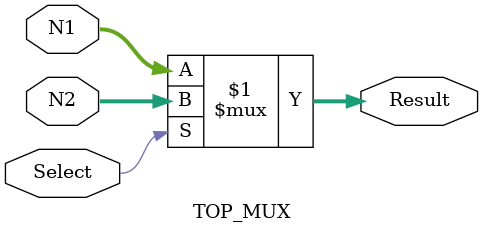
<source format=v>
module TOP_MUX(
	input [31:0] N1, N2,
	input Select,
	output [31:0] Result
	);

      assign Result = Select ? N2 : N1;
endmodule      

</source>
